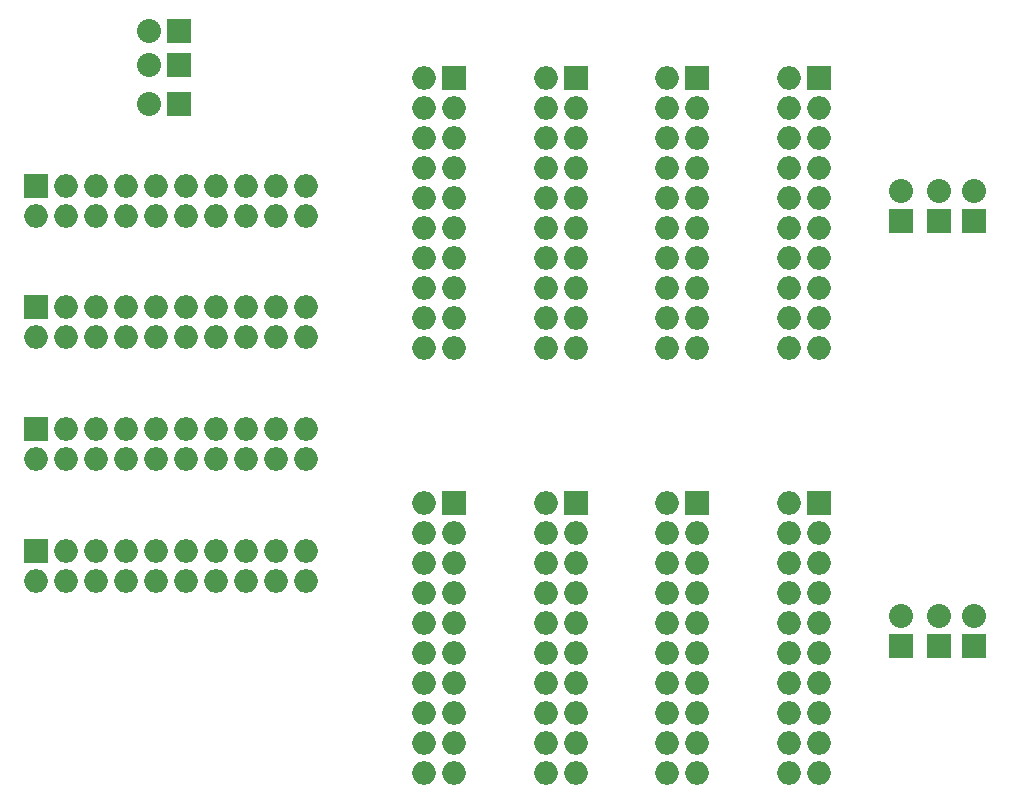
<source format=gbs>
%MOIN*%
%OFA0B0*%
%FSLAX46Y46*%
%IPPOS*%
%LPD*%
%ADD10C,0.005905511811023622*%
%ADD11O,0.07874015748031496X0.07874015748031496*%
%ADD12R,0.07874015748031496X0.07874015748031496*%
%ADD13R,0.08X0.08*%
%ADD14O,0.08X0.08*%
%ADD25C,0.005905511811023622*%
%ADD26O,0.07874015748031496X0.07874015748031496*%
%ADD27R,0.07874015748031496X0.07874015748031496*%
%ADD28R,0.08X0.08*%
%ADD29O,0.08X0.08*%
%ADD40C,0.005905511811023622*%
%ADD41O,0.07874015748031496X0.07874015748031496*%
%ADD42R,0.07874015748031496X0.07874015748031496*%
%ADD43R,0.08X0.08*%
%ADD44O,0.08X0.08*%
%LPD*%
G01G01*
D10*
D11*
X0001968503Y0002519685D02*
X0003268856Y0001411705D03*
X0003368856Y0001411705D03*
X0003268856Y0001511705D03*
X0003368856Y0001511705D03*
X0003268856Y0001611705D03*
X0003368856Y0001611705D03*
X0003268856Y0001711705D03*
X0003368856Y0001711705D03*
X0003268856Y0001811705D03*
X0003368856Y0001811705D03*
X0003268856Y0001911705D03*
X0003368856Y0001911705D03*
X0003268856Y0002011705D03*
X0003368856Y0002011705D03*
X0003268856Y0002111705D03*
X0003368856Y0002111705D03*
X0003268856Y0002211705D03*
X0003368856Y0002211705D03*
X0003268856Y0002311705D03*
D12*
X0003368856Y0002311705D03*
X0002963541Y0002311705D03*
D11*
X0002863541Y0002311705D03*
X0002963541Y0002211705D03*
X0002863541Y0002211705D03*
X0002963541Y0002111705D03*
X0002863541Y0002111705D03*
X0002963541Y0002011705D03*
X0002863541Y0002011705D03*
X0002963541Y0001911705D03*
X0002863541Y0001911705D03*
X0002963541Y0001811705D03*
X0002863541Y0001811705D03*
X0002963541Y0001711705D03*
X0002863541Y0001711705D03*
X0002963541Y0001611705D03*
X0002863541Y0001611705D03*
X0002963541Y0001511705D03*
X0002863541Y0001511705D03*
X0002963541Y0001411705D03*
X0002863541Y0001411705D03*
D12*
X0002558226Y0002311705D03*
D11*
X0002458226Y0002311705D03*
X0002558226Y0002211705D03*
X0002458226Y0002211705D03*
X0002558226Y0002111705D03*
X0002458226Y0002111705D03*
X0002558226Y0002011705D03*
X0002458226Y0002011705D03*
X0002558226Y0001911705D03*
X0002458226Y0001911705D03*
X0002558226Y0001811705D03*
X0002458226Y0001811705D03*
X0002558226Y0001711705D03*
X0002458226Y0001711705D03*
X0002558226Y0001611705D03*
X0002458226Y0001611705D03*
X0002558226Y0001511705D03*
X0002458226Y0001511705D03*
X0002558226Y0001411705D03*
X0002458226Y0001411705D03*
D12*
X0002152911Y0002311705D03*
D11*
X0002052911Y0002311705D03*
X0002152911Y0002211705D03*
X0002052911Y0002211705D03*
X0002152911Y0002111705D03*
X0002052911Y0002111705D03*
X0002152911Y0002011705D03*
X0002052911Y0002011705D03*
X0002152911Y0001911705D03*
X0002052911Y0001911705D03*
X0002152911Y0001811705D03*
X0002052911Y0001811705D03*
X0002152911Y0001711705D03*
X0002052911Y0001711705D03*
X0002152911Y0001611705D03*
X0002052911Y0001611705D03*
X0002152911Y0001511705D03*
X0002052911Y0001511705D03*
X0002152911Y0001411705D03*
X0002052911Y0001411705D03*
D13*
X0003641732Y0001835039D03*
D14*
X0003641732Y0001935039D03*
X0003770866Y0001934645D03*
D13*
X0003770866Y0001834645D03*
X0003885433Y0001834645D03*
D14*
X0003885433Y0001934645D03*
G04 next file*
G01G01G01G01*
D25*
D26*
X0001968503Y0003937007D02*
X0003268856Y0002829028D03*
X0003368856Y0002829028D03*
X0003268856Y0002929028D03*
X0003368856Y0002929028D03*
X0003268856Y0003029028D03*
X0003368856Y0003029028D03*
X0003268856Y0003129028D03*
X0003368856Y0003129028D03*
X0003268856Y0003229028D03*
X0003368856Y0003229028D03*
X0003268856Y0003329028D03*
X0003368856Y0003329028D03*
X0003268856Y0003429027D03*
X0003368856Y0003429027D03*
X0003268856Y0003529027D03*
X0003368856Y0003529027D03*
X0003268856Y0003629028D03*
X0003368856Y0003629028D03*
X0003268856Y0003729028D03*
D27*
X0003368856Y0003729028D03*
X0002963541Y0003729028D03*
D26*
X0002863540Y0003729028D03*
X0002963541Y0003629028D03*
X0002863540Y0003629028D03*
X0002963541Y0003529027D03*
X0002863540Y0003529027D03*
X0002963541Y0003429027D03*
X0002863540Y0003429027D03*
X0002963541Y0003329028D03*
X0002863540Y0003329028D03*
X0002963541Y0003229028D03*
X0002863540Y0003229028D03*
X0002963541Y0003129028D03*
X0002863540Y0003129028D03*
X0002963541Y0003029028D03*
X0002863540Y0003029028D03*
X0002963541Y0002929028D03*
X0002863540Y0002929028D03*
X0002963541Y0002829028D03*
X0002863540Y0002829028D03*
D27*
X0002558226Y0003729028D03*
D26*
X0002458226Y0003729028D03*
X0002558226Y0003629028D03*
X0002458226Y0003629028D03*
X0002558226Y0003529027D03*
X0002458226Y0003529027D03*
X0002558226Y0003429027D03*
X0002458226Y0003429027D03*
X0002558226Y0003329028D03*
X0002458226Y0003329028D03*
X0002558226Y0003229028D03*
X0002458226Y0003229028D03*
X0002558226Y0003129028D03*
X0002458226Y0003129028D03*
X0002558226Y0003029028D03*
X0002458226Y0003029028D03*
X0002558226Y0002929028D03*
X0002458226Y0002929028D03*
X0002558226Y0002829028D03*
X0002458226Y0002829028D03*
D27*
X0002152911Y0003729028D03*
D26*
X0002052911Y0003729028D03*
X0002152911Y0003629028D03*
X0002052911Y0003629028D03*
X0002152911Y0003529027D03*
X0002052911Y0003529027D03*
X0002152911Y0003429027D03*
X0002052911Y0003429027D03*
X0002152911Y0003329028D03*
X0002052911Y0003329028D03*
X0002152911Y0003229028D03*
X0002052911Y0003229028D03*
X0002152911Y0003129028D03*
X0002052911Y0003129028D03*
X0002152911Y0003029028D03*
X0002052911Y0003029028D03*
X0002152911Y0002929028D03*
X0002052911Y0002929028D03*
X0002152911Y0002829028D03*
X0002052911Y0002829028D03*
D28*
X0003641732Y0003252362D03*
D29*
X0003641732Y0003352362D03*
X0003770866Y0003351968D03*
D28*
X0003770866Y0003251968D03*
X0003885433Y0003251968D03*
D29*
X0003885433Y0003351968D03*
G04 next file*
G04 #@! TF.FileFunction,Soldermask,Bot*
G04 Gerber Fmt 4.6, Leading zero omitted, Abs format (unit mm)*
G04 Created by KiCad (PCBNEW (2016-10-28 revision 192d4b8)-makepkg) date 11/16/16 20:27:21*
G01G01G01G01*
G04 APERTURE LIST*
G04 APERTURE END LIST*
D40*
D41*
X0000551181Y0001968503D02*
X0001659160Y0003268856D03*
X0001659160Y0003368856D03*
X0001559159Y0003268856D03*
X0001559159Y0003368856D03*
X0001459160Y0003268856D03*
X0001459160Y0003368856D03*
X0001359160Y0003268856D03*
X0001359160Y0003368856D03*
X0001259160Y0003268856D03*
X0001259160Y0003368856D03*
X0001159160Y0003268856D03*
X0001159160Y0003368856D03*
X0001059160Y0003268856D03*
X0001059160Y0003368856D03*
X0000959160Y0003268856D03*
X0000959160Y0003368856D03*
X0000859160Y0003268856D03*
X0000859160Y0003368856D03*
X0000759160Y0003268856D03*
D42*
X0000759160Y0003368856D03*
X0000759160Y0002963541D03*
D41*
X0000759160Y0002863540D03*
X0000859160Y0002963541D03*
X0000859160Y0002863540D03*
X0000959160Y0002963541D03*
X0000959160Y0002863540D03*
X0001059160Y0002963541D03*
X0001059160Y0002863540D03*
X0001159160Y0002963541D03*
X0001159160Y0002863540D03*
X0001259160Y0002963541D03*
X0001259160Y0002863540D03*
X0001359160Y0002963541D03*
X0001359160Y0002863540D03*
X0001459160Y0002963541D03*
X0001459160Y0002863540D03*
X0001559159Y0002963541D03*
X0001559159Y0002863540D03*
X0001659160Y0002963541D03*
X0001659160Y0002863540D03*
D42*
X0000759160Y0002558226D03*
D41*
X0000759160Y0002458226D03*
X0000859160Y0002558226D03*
X0000859160Y0002458226D03*
X0000959160Y0002558226D03*
X0000959160Y0002458226D03*
X0001059160Y0002558226D03*
X0001059160Y0002458226D03*
X0001159160Y0002558226D03*
X0001159160Y0002458226D03*
X0001259160Y0002558226D03*
X0001259160Y0002458226D03*
X0001359160Y0002558226D03*
X0001359160Y0002458226D03*
X0001459160Y0002558226D03*
X0001459160Y0002458226D03*
X0001559159Y0002558226D03*
X0001559159Y0002458226D03*
X0001659160Y0002558226D03*
X0001659160Y0002458226D03*
D42*
X0000759160Y0002152911D03*
D41*
X0000759160Y0002052911D03*
X0000859160Y0002152911D03*
X0000859160Y0002052911D03*
X0000959160Y0002152911D03*
X0000959160Y0002052911D03*
X0001059160Y0002152911D03*
X0001059160Y0002052911D03*
X0001159160Y0002152911D03*
X0001159160Y0002052911D03*
X0001259160Y0002152911D03*
X0001259160Y0002052911D03*
X0001359160Y0002152911D03*
X0001359160Y0002052911D03*
X0001459160Y0002152911D03*
X0001459160Y0002052911D03*
X0001559159Y0002152911D03*
X0001559159Y0002052911D03*
X0001659160Y0002152911D03*
X0001659160Y0002052911D03*
D43*
X0001235826Y0003641732D03*
D44*
X0001135826Y0003641732D03*
X0001136220Y0003770866D03*
D43*
X0001236220Y0003770866D03*
X0001236220Y0003885433D03*
D44*
X0001136220Y0003885433D03*
M02*
</source>
